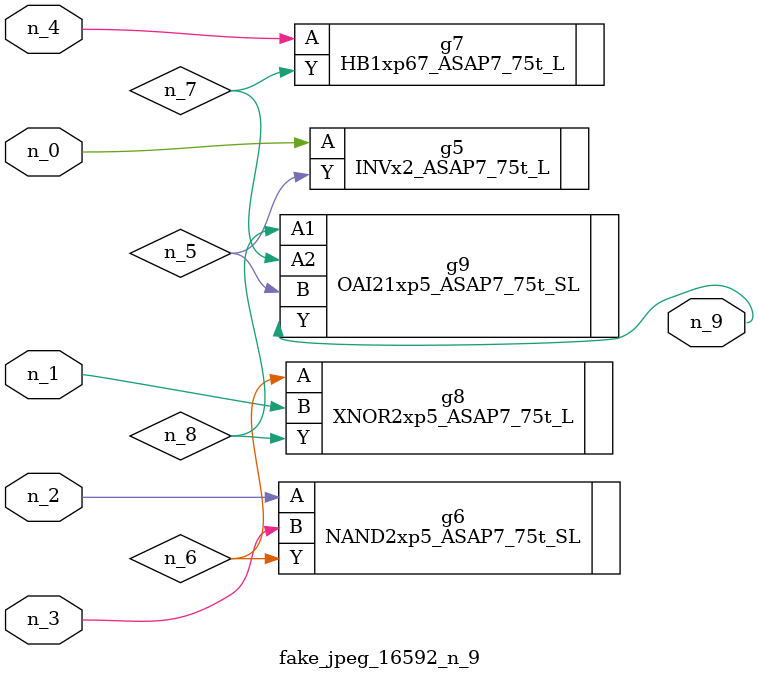
<source format=v>
module fake_jpeg_16592_n_9 (n_3, n_2, n_1, n_0, n_4, n_9);

input n_3;
input n_2;
input n_1;
input n_0;
input n_4;

output n_9;

wire n_8;
wire n_6;
wire n_5;
wire n_7;

INVx2_ASAP7_75t_L g5 ( 
.A(n_0),
.Y(n_5)
);

NAND2xp5_ASAP7_75t_SL g6 ( 
.A(n_2),
.B(n_3),
.Y(n_6)
);

HB1xp67_ASAP7_75t_L g7 ( 
.A(n_4),
.Y(n_7)
);

XNOR2xp5_ASAP7_75t_L g8 ( 
.A(n_6),
.B(n_1),
.Y(n_8)
);

OAI21xp5_ASAP7_75t_SL g9 ( 
.A1(n_8),
.A2(n_7),
.B(n_5),
.Y(n_9)
);


endmodule
</source>
